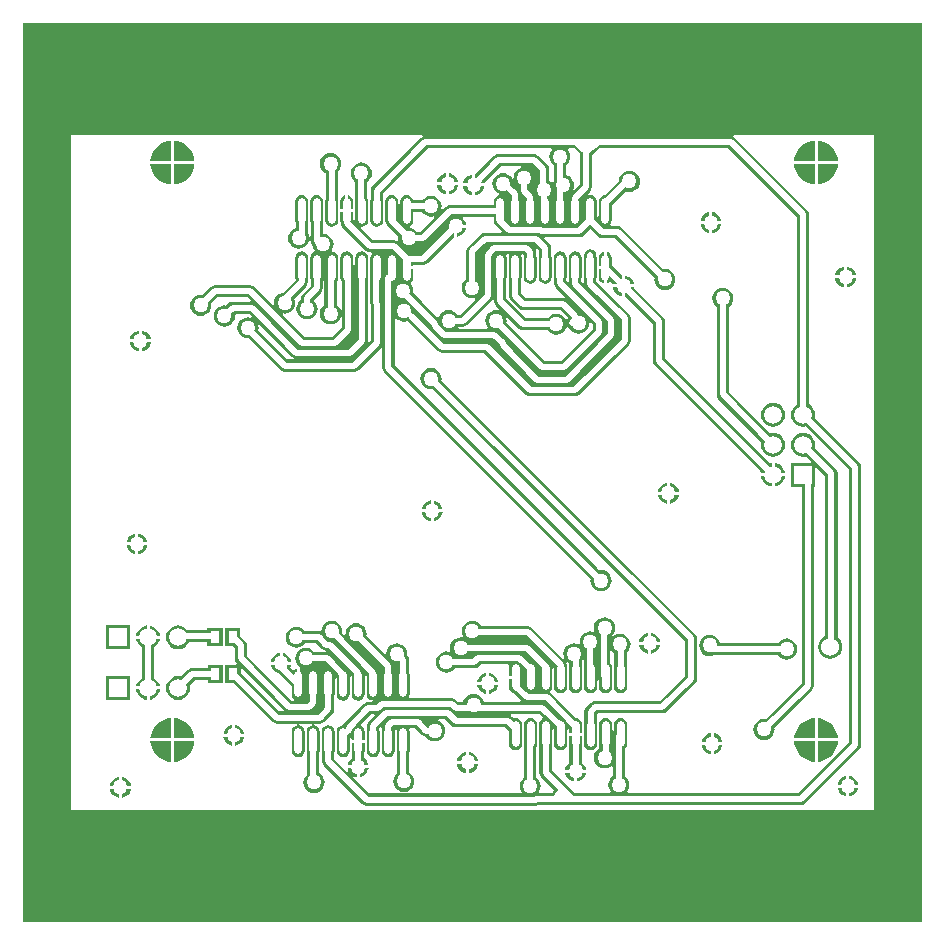
<source format=gbr>
%FSDAX33Y33*%
%MOMM*%
%SFA1B1*%

%IPPOS*%
%AMD1002*
%
%ADD22C,0.508000*%
%ADD23C,0.254000*%
%ADD24C,1.524000*%
%ADD25C,1.500000*%
%ADD26R,1.500000X1.500000*%
%ADD27C,1.270000*%
%ADD30O,0.599999X2.200001*%
%ADD31R,0.800001X1.050000*%
%LNfilm_bottom-1*%
%LPD*%
G36*
X076199Y076199D02*
X000000D01*
Y000000*
X076199*
Y076199*
G37*
%LNfilm_bottom-2*%
%LPC*%
G36*
X045486Y011454D02*
X044786Y010354D01*
X044886Y010454*
X046486*
X045486Y011454*
G37*
G36*
X049451Y066254D02*
X046386D01*
X047386Y065254*
X047686Y064954*
X049451Y066254*
G37*
G36*
X039753Y052687D02*
X037653Y050587D01*
X037484Y050475*
X037286Y050436*
X037286Y050436*
X036915*
X036897Y050407*
X036967Y050280*
X039323*
X039385Y050407*
X039310Y050505*
X039220Y050722*
X039190Y050954*
X039220Y051186*
X039310Y051402*
X039452Y051588*
X039638Y051730*
X039854Y051820*
X040086Y051850*
X040307Y051821*
X040317Y051831*
X040341Y051966*
X040080Y052227*
X039968Y052395*
X039928Y052594*
Y052722*
X039801Y052760*
X039753Y052687*
G37*
G36*
X046181Y065409D02*
X046263Y065302D01*
X046352Y065086*
X046383Y064854*
X046352Y064622*
X046263Y064405*
X046120Y064220*
X046004Y064131*
Y063322*
X046018Y063320*
X046235Y063230*
X046420Y063088*
X046563Y062902*
X046652Y062686*
X046683Y062454*
X046652Y062222*
X046589Y062068*
X046697Y061997*
X047168Y062468*
Y065105*
X046738Y065536*
X046244*
X046181Y065409*
G37*
G36*
X033096Y059454D02*
X033053Y059238D01*
X032931Y059054*
X032796Y058964*
X032826Y058832*
X032918Y058820*
X033135Y058730*
X033320Y058588*
X033409Y058472*
X033672*
X034841Y059641*
X034817Y059776*
X034807Y059786*
X034586Y059757*
X034354Y059788*
X034138Y059877*
X033952Y060020*
X033863Y060136*
X033096*
Y059454*
G37*
G36*
X037293Y059609D02*
X037320Y059588D01*
X037463Y059402*
X037552Y059186*
X037566Y059081*
X036686*
Y058954*
X036559*
Y058074*
X036541Y058076*
X034298Y055832*
X034130Y055720*
X033931Y055681*
X033096*
Y055581*
X032531*
Y055327*
X033096*
Y054654*
X033053Y054438*
X032931Y054254*
X032855Y054203*
X032851Y054048*
X032963Y053902*
X033052Y053686*
X033083Y053454*
X033064Y053309*
X033076Y053296*
X033126Y053263*
X033796Y052593*
X033829Y052544*
X035113Y051259*
X035263Y051289*
X035310Y051402*
X035452Y051588*
X035638Y051730*
X035854Y051820*
X036086Y051850*
X036318Y051820*
X036535Y051730*
X036720Y051588*
X036809Y051472*
X037072*
X038341Y052741*
X038317Y052876*
X038307Y052886*
X038086Y052857*
X037854Y052888*
X037638Y052977*
X037452Y053120*
X037310Y053305*
X037220Y053522*
X037190Y053754*
X037220Y053986*
X037310Y054202*
X037452Y054388*
X037568Y054477*
Y056854*
X037608Y057052*
X037720Y057220*
X038750Y058250*
X038918Y058362*
X039116Y058402*
X040540*
X040588Y058519*
X040080Y059027*
Y059027*
X040074Y059036*
X040047Y059054*
X039924Y059238*
X039881Y059454*
Y059736*
X037336*
X037293Y059609*
G37*
G36*
X018490Y021451D02*
Y021132D01*
X021751Y017872*
X022056*
X022109Y017999*
X018608Y021500*
X018490Y021451*
G37*
G36*
X019964Y050584D02*
X019954Y050574D01*
X019983Y050354*
X019952Y050122*
X019952Y050121*
X022401Y047672*
X022914*
X022953Y047799*
X022820Y047887*
X020099Y050608*
X019964Y050584*
G37*
G36*
X040964Y051184D02*
X040954Y051174D01*
X040983Y050954*
X040964Y050809*
X044201Y047572*
X045672*
X048318Y050218*
Y050589*
X048097Y050811*
X048018Y050772*
X047982Y050746*
X047952Y050522*
X047863Y050305*
X047720Y050120*
X047535Y049977*
X047318Y049888*
X047086Y049857*
X046854Y049888*
X046638Y049977*
X046452Y050120*
X046334Y050273*
X046325Y050275*
X046170Y050379*
X046126Y050380*
X046025Y050356*
X045963Y050205*
X045820Y050020*
X045635Y049877*
X045418Y049787*
X045186Y049757*
X044954Y049787*
X044738Y049877*
X044552Y050020*
X044463Y050136*
X042386*
X042188Y050175*
X042020Y050287*
X041099Y051208*
X040964Y051184*
G37*
G36*
X040954Y056492D02*
X040968Y056470D01*
X041011Y056254*
Y054654*
X040968Y054438*
X040964Y054432*
Y052808*
X042601Y051172*
X044463*
X044552Y051288*
X044738Y051430*
X044954Y051520*
X045186Y051550*
X045418Y051520*
X045635Y051430*
X045820Y051288*
X045963Y051102*
X045974Y051075*
X046117Y051061*
X046157Y051120*
X046222Y051185*
X045572Y051836*
X042386*
X042188Y051875*
X042020Y051987*
X041350Y052657*
X041238Y052825*
X041198Y053024*
Y054432*
X041194Y054438*
X041151Y054654*
Y056254*
X041194Y056470*
X041209Y056492*
X041149Y056604*
X041013*
X040954Y056492*
G37*
G36*
X004086Y009554D02*
X072086D01*
Y066654*
X060264*
X060192Y066536*
X060193Y066527*
X060353Y066420*
X066453Y060320*
X066565Y060152*
X066604Y059954*
Y043862*
X066802Y043710*
X066963Y043500*
X067064Y043256*
X067099Y042994*
X067066Y042746*
X070853Y038960*
X070965Y038792*
X071004Y038594*
Y015054*
X070965Y014855*
X070853Y014687*
X066253Y010087*
X066085Y009975*
X065886Y009936*
X046486*
Y009936*
X043663*
X043658Y009932*
X043460Y009893*
X029129*
X028931Y009932*
X028763Y010044*
X025515Y013292*
X025403Y013460*
X025363Y013659*
Y014332*
X025359Y014338*
X025316Y014554*
Y016154*
X025359Y016370*
X025482Y016553*
X025665Y016676*
X025881Y016719*
X026097Y016676*
X026281Y016553*
X026403Y016370*
X026446Y016154*
Y014554*
X026403Y014338*
X026399Y014332*
Y013873*
X027490Y012783*
X027597Y012855*
X027555Y012957*
X027541Y013062*
X028294*
Y012309*
X028189Y012323*
X028087Y012365*
X028015Y012257*
X029344Y010929*
X042202*
X042258Y011043*
X042210Y011105*
X042120Y011322*
X042090Y011554*
X042120Y011786*
X042210Y012002*
X042352Y012188*
X042468Y012277*
Y015044*
X042446Y015154*
Y016754*
X042489Y016970*
X042612Y017153*
X042795Y017276*
X043011Y017319*
X043227Y017276*
X043411Y017153*
X043533Y016970*
X043576Y016754*
Y015154*
X043533Y014938*
X043504Y014894*
Y012277*
X043620Y012188*
X043763Y012002*
X043852Y011786*
X043883Y011554*
X043852Y011322*
X043763Y011105*
X043748Y011086*
X043804Y010972*
X044873*
X045014Y011194*
X043915Y012292*
X043803Y012460*
X043763Y012659*
Y014932*
X043759Y014938*
X043716Y015154*
Y016754*
X043759Y016970*
X043882Y017153*
X044020Y017245*
X044052Y017393*
X043809Y017636*
X041358*
X041320Y017509*
X041453Y017420*
X041585Y017287*
X041741Y017319*
X041957Y017276*
X042141Y017153*
X042263Y016970*
X042306Y016754*
Y015154*
X042263Y014938*
X042141Y014754*
X041957Y014632*
X041741Y014589*
X041525Y014632*
X041342Y014754*
X041219Y014938*
X041176Y015154*
Y016231*
X040872Y016536*
X036686*
X036488Y016575*
X036320Y016687*
X035802Y017206*
X035243*
X035218Y017079*
X035335Y017030*
X035520Y016888*
X035663Y016702*
X035752Y016486*
X035783Y016254*
X035752Y016022*
X035663Y015805*
X035520Y015620*
X035335Y015477*
X035118Y015388*
X034886Y015357*
X034654Y015388*
X034438Y015477*
X034252Y015620*
X034159Y015741*
X033988Y015775*
X033820Y015887*
X033264Y016444*
X032845*
X032764Y016317*
X032796Y016154*
Y014554*
X032753Y014338*
X032749Y014332*
Y012719*
X032920Y012588*
X033063Y012402*
X033152Y012186*
X033183Y011954*
X033152Y011722*
X033063Y011505*
X032920Y011320*
X032735Y011177*
X032518Y011088*
X032286Y011057*
X032054Y011088*
X031838Y011177*
X031652Y011320*
X031510Y011505*
X031420Y011722*
X031390Y011954*
X031420Y012186*
X031510Y012402*
X031652Y012588*
X031713Y012635*
Y014332*
X031709Y014338*
X031666Y014554*
Y016154*
X031684Y016242*
X031598Y016350*
X031509Y016239*
X031526Y016154*
Y014554*
X031483Y014338*
X031361Y014154*
X031177Y014032*
X030961Y013989*
X030745Y014032*
X030562Y014154*
X030439Y014338*
X030396Y014554*
Y016154*
X030439Y016370*
X030443Y016376*
Y016499*
X030316Y016551*
X030209Y016444*
Y016376*
X030213Y016370*
X030256Y016154*
Y014554*
X030213Y014338*
X030091Y014154*
X029907Y014032*
X029691Y013989*
X029475Y014032*
X029292Y014154*
X029169Y014338*
X029126Y014554*
Y016154*
X029169Y016370*
X029173Y016376*
Y016659*
X029213Y016857*
X029325Y017025*
X029819Y017518*
X029770Y017636*
X029493*
X028650Y016793*
X028682Y016645*
X028821Y016553*
X028943Y016370*
X028986Y016154*
Y015481*
X028421*
X027856*
Y015515*
X027729Y015583*
X027716Y015574*
Y014554*
X027673Y014338*
X027551Y014154*
X027367Y014032*
X027151Y013989*
X026935Y014032*
X026752Y014154*
X026629Y014338*
X026586Y014554*
Y016154*
X026629Y016370*
X026752Y016553*
X026935Y016676*
X027151Y016719*
X027156Y016718*
X027247Y016855*
X028912Y018520*
X029080Y018632*
X029279Y018672*
X029629*
X029642Y018799*
X029475Y018832*
X029292Y018954*
X029169Y019138*
X029126Y019354*
Y020885*
X029113Y020897*
X029022Y020863*
X028986Y020824*
Y019354*
X028943Y019138*
X028821Y018954*
X028637Y018832*
X028421Y018789*
X028205Y018832*
X028022Y018954*
X027899Y019138*
X027856Y019354*
Y020840*
X027843Y020848*
X027716Y020777*
Y019354*
X027673Y019138*
X027551Y018954*
X027367Y018832*
X027151Y018789*
X026935Y018832*
X026752Y018954*
X026629Y019138*
X026586Y019354*
Y020702*
X026573Y020711*
X026446Y020643*
Y019354*
X026403Y019138*
X026399Y019132*
Y018049*
X026360Y017850*
X026248Y017682*
X025553Y016987*
X025384Y016875*
X025186Y016836*
X024673*
X024661Y016709*
X024683Y016704*
X024827Y016676*
X025011Y016553*
X025133Y016370*
X025176Y016154*
Y014554*
X025133Y014338*
X025129Y014332*
Y012632*
X025135Y012630*
X025320Y012488*
X025463Y012302*
X025552Y012086*
X025583Y011854*
X025552Y011622*
X025463Y011405*
X025320Y011220*
X025135Y011077*
X024918Y010988*
X024686Y010957*
X024454Y010988*
X024238Y011077*
X024052Y011220*
X023910Y011405*
X023820Y011622*
X023790Y011854*
X023820Y012086*
X023910Y012302*
X024052Y012488*
X024093Y012519*
Y014332*
X024089Y014338*
X024046Y014554*
Y016154*
X024089Y016370*
X024212Y016553*
X024395Y016676*
X024539Y016704*
X024562Y016709*
X024549Y016836*
X023403*
X023391Y016709*
X023413Y016704*
X023557Y016676*
X023741Y016553*
X023863Y016370*
X023906Y016154*
Y014554*
X023863Y014338*
X023741Y014154*
X023557Y014032*
X023341Y013989*
X023125Y014032*
X022942Y014154*
X022819Y014338*
X022776Y014554*
Y016154*
X022819Y016370*
X022942Y016553*
X023125Y016676*
X023269Y016704*
X023292Y016709*
X023279Y016836*
X021536*
X021338Y016875*
X021170Y016987*
X017883Y020275*
X017182*
Y021833*
X018109*
X018157Y021950*
X018120Y021987*
X018008Y022155*
X017968Y022354*
Y023239*
X017833Y023375*
X017132*
Y024933*
X018440*
Y024232*
X018853Y023820*
X018965Y023652*
X019004Y023454*
Y022568*
X022801Y018772*
X022987*
X023025Y018899*
X022942Y018954*
X022819Y019138*
X022776Y019354*
Y019986*
X021678Y021084*
X021654Y021088*
X021438Y021177*
X021252Y021320*
X021110Y021505*
X021020Y021722*
X021006Y021827*
X022766*
X022752Y021722*
X022680Y021547*
X022880Y021347*
X022942Y021353*
X023125Y021476*
X023214Y021493*
Y020154*
X023468*
Y021590*
X023482Y021620*
X023352Y021720*
X023210Y021905*
X023120Y022122*
X023090Y022354*
X023120Y022586*
X023210Y022802*
X023352Y022988*
X023538Y023130*
X023754Y023220*
X023986Y023250*
X024218Y023220*
X024435Y023130*
X024620Y022988*
X024709Y022872*
X025671*
X025683Y022999*
X025515Y023032*
X025347Y023144*
X024855Y023636*
X023909*
X023820Y023520*
X023635Y023377*
X023418Y023288*
X023186Y023257*
X022954Y023288*
X022738Y023377*
X022552Y023520*
X022410Y023705*
X022320Y023922*
X022290Y024154*
X022320Y024386*
X022410Y024602*
X022552Y024788*
X022738Y024930*
X022954Y025020*
X023186Y025050*
X023418Y025020*
X023635Y024930*
X023820Y024788*
X023909Y024672*
X025070*
X025168Y024652*
X025169*
X025302Y024750*
X025320Y024886*
X025410Y025102*
X025552Y025288*
X025738Y025430*
X025954Y025520*
X026186Y025550*
X026418Y025520*
X026635Y025430*
X026820Y025288*
X026963Y025102*
X027052Y024886*
X027083Y024654*
X027064Y024509*
X027235Y024337*
X027356Y024396*
X027348Y024454*
X027379Y024686*
X027468Y024902*
X027611Y025088*
X027796Y025230*
X028013Y025320*
X028245Y025350*
X028477Y025320*
X028693Y025230*
X028879Y025088*
X029021Y024902*
X029111Y024686*
X029141Y024454*
X029122Y024309*
X030665Y022766*
X030797Y022813*
X030820Y022986*
X030910Y023202*
X031052Y023388*
X031238Y023530*
X031454Y023620*
X031686Y023650*
X031918Y023620*
X032135Y023530*
X032320Y023388*
X032463Y023202*
X032552Y022986*
X032583Y022754*
X032564Y022609*
X032598Y022575*
X032710Y022407*
X032749Y022209*
Y021176*
X032753Y021170*
X032796Y020954*
Y019354*
X032753Y019138*
X032739Y019116*
X032798Y019004*
X036332*
X036530Y018964*
X036698Y018852*
X036698*
X036878Y018672*
X037318*
X037320Y018686*
X037410Y018902*
X037552Y019088*
X037738Y019230*
X037954Y019320*
X038186Y019350*
X038418Y019320*
X038635Y019230*
X038820Y019088*
X038963Y018902*
X039052Y018686*
X039054Y018672*
X042156*
X042209Y018799*
X041588Y019419*
X041525Y019432*
X041342Y019554*
X041219Y019738*
X041176Y019954*
Y020013*
X041168Y020054*
X041176Y020094*
Y020627*
X041741*
Y020881*
X041176*
Y021554*
X041209Y021717*
X041128Y021844*
X038809*
X038634Y021668*
X038466Y021556*
X038267Y021517*
X036595*
X036520Y021420*
X036335Y021277*
X036118Y021188*
X035886Y021157*
X035654Y021188*
X035438Y021277*
X035252Y021420*
X035110Y021605*
X035020Y021822*
X034990Y022054*
X035020Y022286*
X035110Y022502*
X035252Y022688*
X035438Y022830*
X035654Y022920*
X035886Y022950*
X036118Y022920*
X036139Y022911*
X036229Y023001*
X036220Y023022*
X036190Y023254*
X036220Y023486*
X036310Y023702*
X036452Y023888*
X036638Y024030*
X036854Y024120*
X037086Y024150*
X037207Y024134*
X037224Y024146*
X037291Y024252*
X037220Y024422*
X037190Y024654*
X037220Y024886*
X037310Y025102*
X037452Y025288*
X037638Y025430*
X037854Y025520*
X038086Y025550*
X038318Y025520*
X038535Y025430*
X038720Y025288*
X038863Y025102*
X038875Y025072*
X042786*
X042985Y025032*
X043153Y024920*
X045776Y022297*
X045884Y022368*
X045820Y022522*
X045790Y022754*
X045820Y022986*
X045910Y023202*
X046052Y023388*
X046238Y023530*
X046454Y023620*
X046686Y023650*
X046918Y023620*
X047088Y023549*
X047194Y023616*
X047206Y023633*
X047190Y023754*
X047220Y023986*
X047310Y024202*
X047452Y024388*
X047638Y024530*
X047854Y024620*
X048086Y024650*
X048318Y024620*
X048339Y024611*
X048429Y024701*
X048420Y024722*
X048390Y024954*
X048420Y025186*
X048510Y025402*
X048652Y025588*
X048838Y025730*
X049054Y025820*
X049286Y025850*
X049518Y025820*
X049735Y025730*
X049920Y025588*
X050063Y025402*
X050152Y025186*
X050183Y024954*
X050152Y024722*
X050063Y024505*
X049920Y024320*
X050001Y024225*
X050138Y024330*
X050354Y024420*
X050586Y024450*
X050818Y024420*
X051035Y024330*
X051220Y024188*
X051363Y024002*
X051452Y023786*
X051483Y023554*
X051452Y023322*
X051363Y023105*
X051220Y022920*
X051149Y022865*
Y021776*
X051153Y021770*
X051196Y021554*
Y019954*
X051153Y019738*
X051031Y019554*
X050847Y019432*
X050631Y019389*
X050415Y019432*
X050232Y019554*
X050109Y019738*
X050066Y019954*
Y021554*
X050109Y021770*
X050113Y021776*
Y022796*
X049952Y022920*
X049874Y023021*
X049747Y022978*
Y021962*
X049761Y021953*
X049883Y021770*
X049926Y021554*
Y019954*
X049883Y019738*
X049761Y019554*
X049577Y019432*
X049361Y019389*
X049145Y019432*
X048962Y019554*
X048839Y019738*
X048796Y019954*
Y020510*
X048783Y020520*
X048656Y020456*
Y019954*
X048613Y019738*
X048491Y019554*
X048307Y019432*
X048091Y019389*
X047875Y019432*
X047692Y019554*
X047569Y019738*
X047526Y019954*
Y021554*
X047568Y021764*
Y022245*
X047566Y022246*
X047441Y022277*
X047339Y022144*
Y021776*
X047343Y021770*
X047386Y021554*
Y019954*
X047343Y019738*
X047221Y019554*
X047037Y019432*
X046821Y019389*
X046605Y019432*
X046422Y019554*
X046299Y019738*
X046256Y019954*
Y021554*
X046299Y021770*
X046303Y021776*
Y021950*
X046238Y021977*
X046136Y022056*
X046057Y022004*
X046032Y021975*
X046069Y021789*
X046067Y021779*
X046073Y021770*
X046116Y021554*
Y019954*
X046073Y019738*
X045951Y019554*
X045767Y019432*
X045551Y019389*
X045335Y019432*
X045152Y019554*
X045029Y019738*
X044986Y019954*
Y021523*
X044973Y021535*
X044849Y021478*
X044846Y021475*
Y021144*
X044854Y021104*
X044846Y021063*
Y019954*
X044803Y019738*
X044681Y019554*
Y019473*
X044760Y019420*
X046872Y017309*
X047037Y017276*
X047221Y017153*
X047343Y016970*
X047386Y016754*
Y016081*
X046821*
X046256*
Y016354*
X046243Y016363*
X046116Y016295*
Y015154*
X046073Y014938*
X045951Y014754*
X045767Y014632*
X045551Y014589*
X045335Y014632*
X045152Y014754*
X045029Y014938*
X044986Y015154*
Y016354*
X044973Y016363*
X044846Y016295*
Y015154*
X044803Y014938*
X044799Y014932*
Y012873*
X046701Y010972*
X049729*
X049792Y011099*
X049710Y011205*
X049620Y011422*
X049590Y011654*
X049620Y011886*
X049710Y012102*
X049852Y012288*
X049968Y012377*
Y013196*
X049841Y013259*
X049735Y013177*
X049518Y013088*
X049286Y013057*
X049054Y013088*
X048838Y013177*
X048652Y013320*
X048510Y013505*
X048420Y013722*
X048390Y013954*
X048420Y014186*
X048510Y014402*
X048652Y014588*
X048838Y014730*
X048843Y014732*
Y014932*
X048839Y014938*
X048796Y015154*
Y016754*
X048839Y016970*
X048962Y017153*
X049145Y017276*
X049361Y017319*
X049577Y017276*
X049761Y017153*
X049883Y016970*
X049926Y016754*
Y016258*
X050053Y016194*
X050066Y016204*
Y016754*
X050109Y016970*
X050232Y017153*
X050415Y017276*
X050631Y017319*
X050847Y017276*
X051031Y017153*
X051153Y016970*
X051196Y016754*
Y015154*
X051153Y014938*
X051031Y014754*
X051004Y014737*
Y012377*
X051120Y012288*
X051263Y012102*
X051352Y011886*
X051383Y011654*
X051352Y011422*
X051263Y011205*
X051181Y011099*
X051244Y010972*
X065672*
X069968Y015268*
Y038379*
X066334Y042014*
X066086Y041981*
X065824Y042016*
X065580Y042117*
X065370Y042278*
X065209Y042487*
X065108Y042732*
X065074Y042994*
X065108Y043256*
X065209Y043500*
X065370Y043710*
X065568Y043862*
Y059739*
X059772Y065536*
X048913*
X048204Y065014*
Y062254*
X048165Y062055*
X048053Y061887*
X047875Y061710*
X047938Y061593*
X048066Y061619*
X048282Y061576*
X048466Y061453*
X048588Y061270*
X048631Y061054*
Y059746*
X048644Y059737*
X048771Y059805*
Y061054*
X048814Y061270*
X048937Y061453*
X049120Y061576*
X049314Y061614*
X050495Y062795*
X050520Y062986*
X050610Y063202*
X050752Y063388*
X050938Y063530*
X051154Y063620*
X051386Y063650*
X051618Y063620*
X051835Y063530*
X052020Y063388*
X052163Y063202*
X052252Y062986*
X052283Y062754*
X052252Y062522*
X052163Y062305*
X052020Y062120*
X051835Y061977*
X051618Y061888*
X051386Y061857*
X051154Y061888*
X051082Y061917*
X049901Y060736*
Y059454*
X049858Y059238*
X049765Y059099*
X049823Y058972*
X050386*
X050584Y058932*
X050753Y058820*
X054241Y055331*
X054386Y055350*
X054618Y055320*
X054835Y055230*
X055020Y055088*
X055163Y054902*
X055252Y054686*
X055283Y054454*
X055252Y054222*
X055163Y054005*
X055020Y053820*
X054835Y053677*
X054618Y053588*
X054386Y053557*
X054154Y053588*
X053938Y053677*
X053752Y053820*
X053610Y054005*
X053520Y054222*
X053490Y054454*
X053509Y054599*
X050172Y057936*
X049086*
X048888Y057975*
X048720Y058087*
X048066Y058741*
X047513Y058187*
X047344Y058075*
X047146Y058036*
X044203*
X044154Y057918*
X044623Y057450*
X044735Y057282*
X044774Y057084*
Y056476*
X044778Y056470*
X044821Y056254*
Y054654*
X044778Y054438*
X044656Y054254*
X044472Y054132*
X044256Y054089*
X044040Y054132*
X043857Y054254*
X043734Y054438*
X043691Y054654*
Y056254*
X043734Y056470*
X043738Y056476*
Y056869*
X043541Y057066*
X043442Y056986*
X043465Y056952*
X043504Y056754*
Y056476*
X043508Y056470*
X043551Y056254*
Y054654*
X043508Y054438*
X043386Y054254*
X043202Y054132*
X042986Y054089*
X042770Y054132*
X042587Y054254*
X042464Y054438*
X042421Y054654*
Y056254*
X042464Y056470*
X042468Y056476*
Y056539*
X042404Y056604*
X042283*
X042224Y056492*
X042238Y056470*
X042281Y056254*
Y054654*
X042238Y054438*
X042234Y054432*
Y053238*
X042601Y052872*
X045786*
X045874Y052854*
X045936Y052971*
X045160Y053747*
X045048Y053915*
X045008Y054114*
Y054432*
X045004Y054438*
X044961Y054654*
Y056254*
X045004Y056470*
X045127Y056653*
X045310Y056776*
X045526Y056819*
X045742Y056776*
X045926Y056653*
X046048Y056470*
X046091Y056254*
Y054654*
X046048Y054438*
X046044Y054432*
Y054328*
X046161Y054211*
X046278Y054260*
Y054432*
X046274Y054438*
X046231Y054654*
Y056254*
X046274Y056470*
X046397Y056653*
X046580Y056776*
X046796Y056819*
X047012Y056776*
X047196Y056653*
X047318Y056470*
X047361Y056254*
Y054654*
X047318Y054438*
X047314Y054432*
Y054236*
X047421Y054129*
X047548Y054181*
Y054432*
X047544Y054438*
X047501Y054654*
Y056254*
X047544Y056470*
X047549Y056477*
X047588Y056672*
X047700Y056840*
X047868Y056952*
X048066Y056992*
X048265Y056952*
X048433Y056840*
X048545Y056672*
X048584Y056477*
X048588Y056470*
X048631Y056254*
Y054654*
X048588Y054438*
X048584Y054432*
Y054288*
X051353Y051520*
X051465Y051352*
X051504Y051154*
Y049254*
X051465Y049055*
X051353Y048887*
X047153Y044687*
X046984Y044575*
X046786Y044536*
X042986*
X042788Y044575*
X042620Y044687*
X039072Y048236*
X035505*
X035307Y048275*
X035139Y048387*
X032603Y050923*
X032518Y050888*
X032286Y050857*
X032054Y050888*
X031838Y050977*
X031652Y051120*
X031631Y051147*
X031504Y051104*
Y047168*
X048841Y029831*
X048986Y029850*
X049218Y029820*
X049435Y029730*
X049620Y029588*
X049763Y029402*
X049852Y029186*
X049883Y028954*
X049852Y028722*
X049763Y028505*
X049620Y028320*
X049435Y028177*
X049218Y028088*
X048986Y028057*
X048754Y028088*
X048538Y028177*
X048352Y028320*
X048210Y028505*
X048120Y028722*
X048090Y028954*
X048109Y029099*
X030620Y046587*
X030508Y046755*
X030468Y046954*
X030468Y046954*
Y048653*
X030341Y048676*
X028453Y046787*
X028285Y046675*
X028086Y046636*
X022186*
X021988Y046675*
X021820Y046787*
X019143Y049464*
X019086Y049457*
X018854Y049488*
X018638Y049577*
X018452Y049720*
X018310Y049905*
X018220Y050122*
X018190Y050354*
X018220Y050586*
X018310Y050802*
X018452Y050988*
X018638Y051130*
X018854Y051220*
X019086Y051250*
X019318Y051220*
X019364Y051201*
X019436Y051309*
X019209Y051536*
X018078*
X017974Y051420*
X017983Y051354*
X017952Y051122*
X017863Y050905*
X017720Y050720*
X017535Y050577*
X017318Y050488*
X017086Y050457*
X016854Y050488*
X016638Y050577*
X016452Y050720*
X016310Y050905*
X016220Y051122*
X016190Y051354*
X016220Y051586*
X016310Y051802*
X016452Y051988*
X016638Y052130*
X016854Y052220*
X017086Y052250*
X017231Y052231*
X017420Y052420*
X017588Y052532*
X017786Y052572*
X019256*
X019309Y052699*
X019072Y052936*
X016501*
X015964Y052399*
X015983Y052254*
X015952Y052022*
X015863Y051805*
X015720Y051620*
X015535Y051477*
X015318Y051388*
X015086Y051357*
X014854Y051388*
X014638Y051477*
X014452Y051620*
X014310Y051805*
X014220Y052022*
X014190Y052254*
X014220Y052486*
X014310Y052702*
X014452Y052888*
X014638Y053030*
X014854Y053120*
X015086Y053150*
X015231Y053131*
X015920Y053820*
X016088Y053932*
X016286Y053972*
X019286*
Y053972*
X019485Y053932*
X019653Y053820*
X021183Y052289*
X021303Y052349*
X021290Y052454*
X021320Y052686*
X021410Y052902*
X021552Y053088*
X021738Y053230*
X021954Y053320*
X022030Y053330*
X023123Y054423*
Y054432*
X023119Y054438*
X023076Y054654*
Y056254*
X023119Y056470*
X023242Y056653*
X023425Y056776*
X023641Y056819*
X023857Y056776*
X024041Y056653*
X024163Y056470*
X024206Y056254*
Y054654*
X024163Y054438*
X024159Y054432*
Y054209*
X024120Y054010*
X024008Y053842*
X022993Y052828*
X023052Y052686*
X023083Y052454*
X023052Y052222*
X022963Y052005*
X022820Y051820*
X022635Y051677*
X022418Y051588*
X022186Y051557*
X022081Y051571*
X022022Y051451*
X023901Y049572*
X026251*
X027058Y050379*
Y051244*
X026931Y051270*
X026863Y051105*
X026720Y050920*
X026535Y050777*
X026318Y050688*
X026086Y050657*
X025854Y050688*
X025638Y050777*
X025452Y050920*
X025310Y051105*
X025220Y051322*
X025190Y051554*
X025220Y051786*
X025310Y052002*
X025452Y052188*
X025568Y052277*
Y054314*
X025441Y054365*
X025429Y054352*
Y053679*
X025390Y053480*
X025278Y053312*
X024694Y052729*
X024702Y052602*
X024720Y052588*
X024863Y052402*
X024952Y052186*
X024983Y051954*
X024952Y051722*
X024863Y051505*
X024720Y051320*
X024535Y051177*
X024318Y051088*
X024086Y051057*
X023854Y051088*
X023638Y051177*
X023452Y051320*
X023310Y051505*
X023220Y051722*
X023190Y051954*
X023220Y052186*
X023310Y052402*
X023452Y052588*
X023568Y052677*
Y052854*
X023608Y053052*
X023720Y053220*
X024393Y053893*
Y054432*
X024389Y054438*
X024346Y054654*
Y056254*
X024389Y056470*
X024512Y056653*
X024671Y056759*
X024725Y056897*
X024662Y056978*
X024573Y057195*
X024552Y057356*
X024545Y057362*
X024433Y057530*
X024393Y057729*
X024383Y057741*
X024297Y057728*
X024247Y057708*
X024163Y057505*
X024020Y057320*
X023835Y057177*
X023618Y057088*
X023386Y057057*
X023154Y057088*
X022938Y057177*
X022752Y057320*
X022610Y057505*
X022520Y057722*
X022490Y057954*
X022520Y058186*
X022610Y058402*
X022752Y058588*
X022938Y058730*
X023123Y058807*
Y059232*
X023119Y059238*
X023076Y059454*
Y061054*
X023119Y061270*
X023242Y061453*
X023425Y061576*
X023641Y061619*
X023857Y061576*
X024041Y061453*
X024163Y061270*
X024206Y061054*
Y059454*
X024163Y059238*
X024159Y059232*
Y058407*
X024163Y058402*
X024252Y058186*
X024266Y058080*
X024393Y058088*
Y059232*
X024389Y059238*
X024346Y059454*
Y061054*
X024389Y061270*
X024512Y061453*
X024695Y061576*
X024911Y061619*
X025127Y061576*
X025311Y061453*
X025433Y061270*
X025476Y061054*
Y059454*
X025433Y059238*
X025429Y059232*
Y058332*
X025439Y058323*
X025671Y058293*
X025887Y058203*
X026073Y058061*
X026215Y057875*
X026305Y057659*
X026336Y057427*
X026305Y057195*
X026215Y056978*
X026185Y056939*
X026243Y056806*
X026397Y056776*
X026581Y056653*
X026703Y056470*
X026746Y056254*
Y054654*
X026703Y054438*
X026604Y054290*
Y052277*
X026720Y052188*
X026863Y052002*
X026931Y051838*
X027058Y051863*
Y054250*
X027052Y054254*
X026929Y054438*
X026886Y054654*
Y056254*
X026929Y056470*
X027052Y056653*
X027235Y056776*
X027451Y056819*
X027667Y056776*
X027851Y056653*
X027973Y056470*
X028016Y056254*
Y055693*
X028029Y055684*
X028156Y055747*
Y056254*
X028199Y056470*
X028322Y056653*
X028505Y056776*
X028721Y056819*
X028937Y056776*
X029121Y056653*
X029243Y056470*
X029286Y056254*
Y054654*
X029243Y054438*
X029239Y054432*
Y049219*
X029239Y049219*
X029356Y049156*
X029473Y049273*
Y052277*
X029444Y052422*
Y054564*
X029426Y054654*
Y056254*
X029469Y056470*
X029562Y056609*
X029504Y056736*
X029451*
X029253Y056775*
X029085Y056887*
X027085Y058887*
X026973Y059055*
X026940Y059222*
X026929Y059238*
X026886Y059454*
Y060127*
X028016*
Y059522*
X028029Y059513*
X028156Y059579*
Y061054*
X028168Y061114*
Y062731*
X028052Y062820*
X027910Y063005*
X027820Y063222*
X027790Y063454*
X027820Y063686*
X027910Y063902*
X028052Y064088*
X028238Y064230*
X028454Y064320*
X028686Y064350*
X028918Y064320*
X029135Y064230*
X029320Y064088*
X029463Y063902*
X029552Y063686*
X029583Y063454*
X029552Y063222*
X029463Y063005*
X029320Y062820*
X029204Y062731*
Y061328*
X029243Y061270*
X029286Y061054*
Y059454*
X029243Y059238*
X029121Y059054*
X028937Y058932*
X028727Y058890*
X028696Y058843*
X028660Y058777*
X029666Y057772*
X031486*
X031685Y057732*
X031691Y057728*
X031810Y057801*
X031790Y057954*
X031809Y058099*
X030895Y059012*
X030871Y059048*
X030862Y059054*
X030739Y059238*
X030696Y059454*
Y061054*
X030739Y061270*
X030862Y061453*
X031045Y061576*
X031261Y061619*
X031477Y061576*
X031661Y061453*
X031783Y061270*
X031826Y061054*
Y060867*
X031953Y060811*
X031966Y060823*
Y061054*
X032009Y061270*
X032132Y061453*
X032315Y061576*
X032531Y061619*
X032747Y061576*
X032931Y061453*
X033053Y061270*
X033073Y061172*
X033863*
X033952Y061288*
X034138Y061430*
X034354Y061520*
X034586Y061550*
X034818Y061520*
X035035Y061430*
X035220Y061288*
X035363Y061102*
X035452Y060886*
X035483Y060654*
X035454Y060433*
X035464Y060423*
X035599Y060399*
X035820Y060620*
X035988Y060732*
X036186Y060772*
X039881*
Y061054*
X039924Y061270*
X040047Y061453*
X040230Y061576*
X040340Y061597*
X040353Y061729*
X040238Y061777*
X040052Y061920*
X039910Y062105*
X039820Y062322*
X039790Y062554*
X039820Y062786*
X039910Y063002*
X040052Y063188*
X040238Y063330*
X040454Y063420*
X040686Y063450*
X040918Y063420*
X041135Y063330*
X041320Y063188*
X041463Y063002*
X041471Y062983*
X041595Y063016*
X041590Y063054*
X041620Y063286*
X041710Y063502*
X041852Y063688*
X042038Y063830*
X042227Y063909*
X042202Y064036*
X040501*
X039064Y062599*
X039066Y062581*
X038313*
Y063334*
X038331Y063331*
X039920Y064920*
X040088Y065032*
X040286Y065072*
X043286*
X043485Y065032*
X043653Y064920*
X044453Y064120*
X044565Y063952*
X044604Y063754*
Y062793*
X044611Y062790*
X044788Y062654*
X044856Y062663*
X044859Y062664*
X044923Y062692*
X044968Y062802*
Y064131*
X044852Y064220*
X044710Y064405*
X044620Y064622*
X044590Y064854*
X044620Y065086*
X044710Y065302*
X044792Y065409*
X044729Y065536*
X034301*
X030509Y061744*
Y061276*
X030513Y061270*
X030556Y061054*
Y059454*
X030513Y059238*
X030391Y059054*
X030207Y058932*
X029991Y058889*
X029775Y058932*
X029592Y059054*
X029469Y059238*
X029426Y059454*
Y061054*
X029469Y061270*
X029473Y061276*
Y061959*
X029513Y062157*
X029625Y062325*
X033720Y066420*
X033880Y066527*
X033881Y066536*
X033808Y066654*
X004086*
Y009554*
G37*
%LNfilm_bottom-3*%
%LPD*%
G36*
X036813Y058827D02*
X037566D01*
X037552Y058722*
X037463Y058505*
X037320Y058320*
X037135Y058177*
X036918Y058088*
X036813Y058074*
Y058827*
G37*
G36*
X009630Y019727D02*
X010499D01*
Y018858*
X010364Y018876*
X010120Y018977*
X009910Y019138*
X009749Y019347*
X009648Y019592*
X009630Y019727*
G37*
G36*
X010753D02*
X011622D01*
X011604Y019592*
X011503Y019347*
X011342Y019138*
X011133Y018977*
X010888Y018876*
X010753Y018858*
Y019727*
G37*
G36*
X007082Y020858D02*
X009090D01*
Y018850*
X007082*
Y020858*
G37*
G36*
X009630Y024027D02*
X010626D01*
X011622*
X011604Y023892*
X011503Y023647*
X011342Y023438*
X011144Y023286*
Y020722*
X011342Y020570*
X011503Y020360*
X011604Y020116*
X011622Y019981*
X010626*
X009630*
X009648Y020116*
X009749Y020360*
X009910Y020570*
X010108Y020722*
Y023286*
X009910Y023438*
X009749Y023647*
X009648Y023892*
X009630Y024027*
G37*
G36*
X038506Y020127D02*
X039259D01*
Y019374*
X039154Y019388*
X038938Y019477*
X038752Y019620*
X038610Y019805*
X038520Y020022*
X038506Y020127*
G37*
G36*
X039513D02*
X040266D01*
X040252Y020022*
X040163Y019805*
X040020Y019620*
X039835Y019477*
X039618Y019388*
X039513Y019374*
Y020127*
G37*
G36*
X015682Y021833D02*
X016990D01*
Y020275*
X015682*
Y020536*
X014581*
X014146Y020101*
X014179Y019854*
X014144Y019592*
X014043Y019347*
X013882Y019138*
X013673Y018977*
X013428Y018876*
X013166Y018841*
X012904Y018876*
X012660Y018977*
X012450Y019138*
X012289Y019347*
X012188Y019592*
X012154Y019854*
X012188Y020116*
X012289Y020360*
X012450Y020570*
X012660Y020731*
X012904Y020832*
X013166Y020866*
X013414Y020834*
X014000Y021420*
X014168Y021532*
X014366Y021572*
X015682*
Y021833*
G37*
G36*
X012813Y017304D02*
X013050Y017281D01*
X013399Y017175*
X013721Y017003*
X014004Y016771*
X014235Y016489*
X014407Y016167*
X014513Y015817*
X014537Y015581*
X012813*
Y017304*
G37*
G36*
X067059D02*
Y015581D01*
X065336*
X065359Y015817*
X065465Y016167*
X065637Y016489*
X065869Y016771*
X066151Y017003*
X066473Y017175*
X066823Y017281*
X067059Y017304*
G37*
G36*
X067313D02*
X067550Y017281D01*
X067899Y017175*
X068221Y017003*
X068504Y016771*
X068735Y016489*
X068907Y016167*
X069013Y015817*
X069037Y015581*
X067313*
Y017304*
G37*
G36*
X017759Y016734D02*
Y015981D01*
X017006*
X017020Y016086*
X017110Y016302*
X017252Y016488*
X017438Y016630*
X017654Y016720*
X017759Y016734*
G37*
G36*
X018013D02*
X018118Y016720D01*
X018335Y016630*
X018520Y016488*
X018663Y016302*
X018752Y016086*
X018766Y015981*
X018013*
Y016734*
G37*
G36*
X012559Y017304D02*
Y015581D01*
X010836*
X010859Y015817*
X010965Y016167*
X011137Y016489*
X011369Y016771*
X011651Y017003*
X011973Y017175*
X012323Y017281*
X012559Y017304*
G37*
G36*
X039513Y021134D02*
X039618Y021120D01*
X039835Y021030*
X040020Y020888*
X040163Y020702*
X040252Y020486*
X040266Y020381*
X039513*
Y021134*
G37*
G36*
X010753Y025150D02*
X010888Y025132D01*
X011133Y025031*
X011342Y024870*
X011503Y024660*
X011604Y024416*
X011622Y024281*
X010753*
Y025150*
G37*
G36*
X052959Y024534D02*
Y023781D01*
X052206*
X052220Y023886*
X052310Y024102*
X052452Y024288*
X052638Y024430*
X052854Y024520*
X052959Y024534*
G37*
G36*
X053213D02*
X053318Y024520D01*
X053535Y024430*
X053720Y024288*
X053863Y024102*
X053952Y023886*
X053966Y023781*
X053213*
Y024534*
G37*
G36*
X009813Y031927D02*
X010566D01*
X010552Y031822*
X010463Y031605*
X010320Y031420*
X010135Y031277*
X009918Y031188*
X009813Y031174*
Y031927*
G37*
G36*
X013166Y025166D02*
X013428Y025132D01*
X013673Y025031*
X013882Y024870*
X013958Y024772*
X015632*
Y024933*
X016940*
Y023375*
X015632*
Y023736*
X014080*
X014043Y023647*
X013882Y023438*
X013673Y023277*
X013428Y023176*
X013166Y023141*
X012904Y023176*
X012660Y023277*
X012450Y023438*
X012289Y023647*
X012188Y023892*
X012154Y024154*
X012188Y024416*
X012289Y024660*
X012450Y024870*
X012660Y025031*
X012904Y025132*
X013166Y025166*
G37*
G36*
X010499Y025150D02*
Y024281D01*
X009630*
X009648Y024416*
X009749Y024660*
X009910Y024870*
X010120Y025031*
X010364Y025132*
X010499Y025150*
G37*
G36*
X058186Y024350D02*
X058418Y024320D01*
X058635Y024230*
X058820Y024088*
X058963Y023902*
X059052Y023686*
X059054Y023672*
X063963*
X064052Y023788*
X064238Y023930*
X064454Y024020*
X064686Y024050*
X064918Y024020*
X065135Y023930*
X065320Y023788*
X065463Y023602*
X065552Y023386*
X065583Y023154*
X065552Y022922*
X065463Y022705*
X065320Y022520*
X065135Y022377*
X064918Y022288*
X064686Y022257*
X064454Y022288*
X064238Y022377*
X064052Y022520*
X063963Y022636*
X058586*
X058551Y022643*
X058418Y022588*
X058186Y022557*
X057954Y022588*
X057738Y022677*
X057552Y022820*
X057410Y023005*
X057320Y023222*
X057290Y023454*
X057320Y023686*
X057410Y023902*
X057552Y024088*
X057738Y024230*
X057954Y024320*
X058186Y024350*
G37*
G36*
X021759Y022834D02*
Y022081D01*
X021006*
X021020Y022186*
X021110Y022402*
X021252Y022588*
X021438Y022730*
X021654Y022820*
X021759Y022834*
G37*
G36*
X022013D02*
X022118Y022820D01*
X022335Y022730*
X022520Y022588*
X022663Y022402*
X022752Y022186*
X022766Y022081*
X022013*
Y022834*
G37*
G36*
X039259Y021134D02*
Y020381D01*
X038506*
X038520Y020486*
X038610Y020702*
X038752Y020888*
X038938Y021030*
X039154Y021120*
X039259Y021134*
G37*
G36*
X007082Y025158D02*
X009090D01*
Y023150*
X007082*
Y025158*
G37*
G36*
X052206Y023527D02*
X052959D01*
Y022774*
X052854Y022788*
X052638Y022877*
X052452Y023020*
X052310Y023205*
X052220Y023422*
X052206Y023527*
G37*
G36*
X053213D02*
X053966D01*
X053952Y023422*
X053863Y023205*
X053720Y023020*
X053535Y022877*
X053318Y022788*
X053213Y022774*
Y023527*
G37*
G36*
X045941Y012692D02*
X046694D01*
Y011939*
X046589Y011953*
X046373Y012042*
X046187Y012185*
X046045Y012370*
X045955Y012587*
X045941Y012692*
G37*
G36*
X046948D02*
X047701D01*
X047687Y012587*
X047598Y012370*
X047455Y012185*
X047270Y012042*
X047053Y011953*
X046948Y011939*
Y012692*
G37*
G36*
X069759Y012434D02*
Y011681D01*
X069006*
X069020Y011786*
X069110Y012002*
X069252Y012188*
X069438Y012330*
X069654Y012420*
X069759Y012434*
G37*
G36*
X036806Y013427D02*
X037559D01*
Y012674*
X037454Y012688*
X037238Y012777*
X037052Y012920*
X036910Y013105*
X036820Y013322*
X036806Y013427*
G37*
G36*
X037813D02*
X038566D01*
X038552Y013322*
X038463Y013105*
X038320Y012920*
X038135Y012777*
X037918Y012688*
X037813Y012674*
Y013427*
G37*
G36*
X028548Y013062D02*
X029301D01*
X029287Y012957*
X029198Y012740*
X029055Y012555*
X028870Y012412*
X028653Y012323*
X028548Y012309*
Y013062*
G37*
G36*
X070013Y012434D02*
X070118Y012420D01*
X070335Y012330*
X070520Y012188*
X070663Y012002*
X070752Y011786*
X070766Y011681*
X070013*
Y012434*
G37*
G36*
Y011427D02*
X070766D01*
X070752Y011322*
X070663Y011105*
X070520Y010920*
X070335Y010777*
X070118Y010688*
X070013Y010674*
Y011427*
G37*
G36*
X007406Y011327D02*
X008159D01*
Y010574*
X008054Y010588*
X007838Y010677*
X007652Y010820*
X007510Y011005*
X007420Y011222*
X007406Y011327*
G37*
G36*
X008413D02*
X009166D01*
X009152Y011222*
X009063Y011005*
X008920Y010820*
X008735Y010677*
X008518Y010588*
X008413Y010574*
Y011327*
G37*
G36*
X008159Y012334D02*
Y011581D01*
X007406*
X007420Y011686*
X007510Y011902*
X007652Y012088*
X007838Y012230*
X008054Y012320*
X008159Y012334*
G37*
G36*
X008413D02*
X008518Y012320D01*
X008735Y012230*
X008920Y012088*
X009063Y011902*
X009152Y011686*
X009166Y011581*
X008413*
Y012334*
G37*
G36*
X069006Y011427D02*
X069759D01*
Y010674*
X069654Y010688*
X069438Y010777*
X069252Y010920*
X069110Y011105*
X069020Y011322*
X069006Y011427*
G37*
G36*
X046256Y015827D02*
X046821D01*
X047386*
Y015154*
X047343Y014938*
X047339Y014932*
Y013542*
X047455Y013453*
X047598Y013267*
X047687Y013051*
X047701Y012946*
X045941*
X045955Y013051*
X046045Y013267*
X046187Y013453*
X046303Y013542*
Y014932*
X046299Y014938*
X046256Y015154*
Y015827*
G37*
G36*
X018013Y015727D02*
X018766D01*
X018752Y015622*
X018663Y015405*
X018520Y015220*
X018335Y015077*
X018118Y014988*
X018013Y014974*
Y015727*
G37*
G36*
X057506Y015027D02*
X058259D01*
Y014274*
X058154Y014288*
X057938Y014377*
X057752Y014520*
X057610Y014705*
X057520Y014922*
X057506Y015027*
G37*
G36*
X058513D02*
X059266D01*
X059252Y014922*
X059163Y014705*
X059020Y014520*
X058835Y014377*
X058618Y014288*
X058513Y014274*
Y015027*
G37*
G36*
X058259Y016034D02*
Y015281D01*
X057506*
X057520Y015386*
X057610Y015602*
X057752Y015788*
X057938Y015930*
X058154Y016020*
X058259Y016034*
G37*
G36*
X058513D02*
X058618Y016020D01*
X058835Y015930*
X059020Y015788*
X059163Y015602*
X059252Y015386*
X059266Y015281*
X058513*
Y016034*
G37*
G36*
X017006Y015727D02*
X017759D01*
Y014974*
X017654Y014988*
X017438Y015077*
X017252Y015220*
X017110Y015405*
X017020Y015622*
X017006Y015727*
G37*
G36*
X037559Y014434D02*
Y013681D01*
X036806*
X036820Y013786*
X036910Y014002*
X037052Y014188*
X037238Y014330*
X037454Y014420*
X037559Y014434*
G37*
G36*
X065336Y015327D02*
X067059D01*
Y013603*
X066823Y013627*
X066473Y013733*
X066151Y013905*
X065869Y014136*
X065637Y014419*
X065465Y014741*
X065359Y015090*
X065336Y015327*
G37*
G36*
X067313D02*
X069037D01*
X069013Y015090*
X068907Y014741*
X068735Y014419*
X068504Y014136*
X068221Y013905*
X067899Y013733*
X067550Y013627*
X067313Y013603*
Y015327*
G37*
G36*
X027856Y015227D02*
X028421D01*
X028986*
Y014554*
X028943Y014338*
X028939Y014332*
Y013912*
X029055Y013823*
X029198Y013637*
X029287Y013421*
X029301Y013316*
X027541*
X027555Y013421*
X027645Y013637*
X027787Y013823*
X027903Y013912*
Y014332*
X027899Y014338*
X027856Y014554*
Y015227*
G37*
G36*
X037813Y014434D02*
X037918Y014420D01*
X038135Y014330*
X038320Y014188*
X038463Y014002*
X038552Y013786*
X038566Y013681*
X037813*
Y014434*
G37*
G36*
X010836Y015327D02*
X012559D01*
Y013603*
X012323Y013627*
X011973Y013733*
X011651Y013905*
X011369Y014136*
X011137Y014419*
X010965Y014741*
X010859Y015090*
X010836Y015327*
G37*
G36*
X012813D02*
X014537D01*
X014513Y015090*
X014407Y014741*
X014235Y014419*
X014004Y014136*
X013721Y013905*
X013399Y013733*
X013050Y013627*
X012813Y013603*
Y015327*
G37*
G36*
X058159Y060134D02*
Y059381D01*
X057406*
X057420Y059486*
X057510Y059702*
X057652Y059888*
X057838Y060030*
X058054Y060120*
X058159Y060134*
G37*
G36*
X058413D02*
X058518Y060120D01*
X058735Y060030*
X058920Y059888*
X059063Y059702*
X059152Y059486*
X059166Y059381*
X058413*
Y060134*
G37*
G36*
X026086Y065150D02*
X026318Y065120D01*
X026535Y065030*
X026720Y064888*
X026863Y064702*
X026952Y064486*
X026983Y064254*
X026952Y064022*
X026863Y063805*
X026720Y063620*
X026704Y063607*
Y061264*
X026746Y061054*
Y059454*
X026703Y059238*
X026581Y059054*
X026397Y058932*
X026181Y058889*
X025965Y058932*
X025782Y059054*
X025659Y059238*
X025616Y059454*
Y061054*
X025659Y061270*
X025668Y061283*
Y063465*
X025638Y063477*
X025452Y063620*
X025310Y063805*
X025220Y064022*
X025190Y064254*
X025220Y064486*
X025310Y064702*
X025452Y064888*
X025638Y065030*
X025854Y065120*
X026086Y065150*
G37*
G36*
X038313Y062327D02*
X039066D01*
X039052Y062222*
X038963Y062005*
X038820Y061820*
X038635Y061677*
X038418Y061588*
X038313Y061574*
Y062327*
G37*
G36*
X027324Y061593D02*
Y060381D01*
X026886*
Y061054*
X026929Y061270*
X027052Y061453*
X027235Y061576*
X027324Y061593*
G37*
G36*
X027578D02*
X027667Y061576D01*
X027851Y061453*
X027973Y061270*
X028016Y061054*
Y060381*
X027578*
Y061593*
G37*
G36*
X057406Y059127D02*
X058159D01*
Y058374*
X058054Y058388*
X057838Y058477*
X057652Y058620*
X057510Y058805*
X057420Y059022*
X057406Y059127*
G37*
G36*
X069559Y055534D02*
Y054781D01*
X068806*
X068820Y054886*
X068910Y055102*
X069052Y055288*
X069238Y055430*
X069454Y055520*
X069559Y055534*
G37*
G36*
X069813D02*
X069918Y055520D01*
X070135Y055430*
X070320Y055288*
X070463Y055102*
X070552Y054886*
X070566Y054781*
X069813*
Y055534*
G37*
G36*
X048771Y055327D02*
X049209D01*
Y054114*
X049120Y054132*
X048937Y054254*
X048814Y054438*
X048771Y054654*
Y055327*
G37*
G36*
X058413Y059127D02*
X059166D01*
X059152Y059022*
X059063Y058805*
X058920Y058620*
X058735Y058477*
X058518Y058388*
X058413Y058374*
Y059127*
G37*
G36*
X049209Y056793D02*
Y055581D01*
X048771*
Y056254*
X048814Y056470*
X048937Y056653*
X049120Y056776*
X049209Y056793*
G37*
G36*
X049463D02*
X049552Y056776D01*
X049736Y056653*
X049858Y056470*
X049901Y056254*
Y055621*
X050741Y054781*
X050759Y054784*
Y054031*
X050006*
X050009Y054049*
X049797Y054260*
X049736Y054254*
X049552Y054132*
X049463Y054114*
Y055454*
Y056793*
G37*
G36*
X037306Y062327D02*
X038059D01*
Y061574*
X037954Y061588*
X037738Y061677*
X037552Y061820*
X037410Y062005*
X037320Y062222*
X037306Y062327*
G37*
G36*
X067313Y066204D02*
X067550Y066181D01*
X067899Y066075*
X068221Y065903*
X068504Y065671*
X068735Y065389*
X068907Y065067*
X069013Y064717*
X069037Y064481*
X067313*
Y066204*
G37*
G36*
X035859Y063434D02*
Y062681D01*
X035106*
X035120Y062786*
X035210Y063002*
X035352Y063188*
X035538Y063330*
X035754Y063420*
X035859Y063434*
G37*
G36*
X036113D02*
X036218Y063420D01*
X036435Y063330*
X036620Y063188*
X036763Y063002*
X036852Y062786*
X036866Y062681*
X036113*
Y063434*
G37*
G36*
X012559Y066204D02*
Y064481D01*
X010836*
X010859Y064717*
X010965Y065067*
X011137Y065389*
X011369Y065671*
X011651Y065903*
X011973Y066075*
X012323Y066181*
X012559Y066204*
G37*
G36*
X012813D02*
X013050Y066181D01*
X013399Y066075*
X013721Y065903*
X014004Y065671*
X014235Y065389*
X014407Y065067*
X014513Y064717*
X014537Y064481*
X012813*
Y066204*
G37*
G36*
X067059D02*
Y064481D01*
X065336*
X065359Y064717*
X065465Y065067*
X065637Y065389*
X065869Y065671*
X066151Y065903*
X066473Y066075*
X066823Y066181*
X067059Y066204*
G37*
G36*
X038059Y063334D02*
Y062581D01*
X037306*
X037320Y062686*
X037410Y062902*
X037552Y063088*
X037738Y063230*
X037954Y063320*
X038059Y063334*
G37*
G36*
X067313Y064227D02*
X069037D01*
X069013Y063990*
X068907Y063641*
X068735Y063319*
X068504Y063036*
X068221Y062805*
X067899Y062633*
X067550Y062527*
X067313Y062503*
Y064227*
G37*
G36*
X035106Y062427D02*
X035859D01*
Y061674*
X035754Y061688*
X035538Y061777*
X035352Y061920*
X035210Y062105*
X035120Y062322*
X035106Y062427*
G37*
G36*
X036113D02*
X036866D01*
X036852Y062322*
X036763Y062105*
X036620Y061920*
X036435Y061777*
X036218Y061688*
X036113Y061674*
Y062427*
G37*
G36*
X010836Y064227D02*
X012559D01*
Y062503*
X012323Y062527*
X011973Y062633*
X011651Y062805*
X011369Y063036*
X011137Y063319*
X010965Y063641*
X010859Y063990*
X010836Y064227*
G37*
G36*
X012813D02*
X014537D01*
X014513Y063990*
X014407Y063641*
X014235Y063319*
X014004Y063036*
X013721Y062805*
X013399Y062633*
X013050Y062527*
X012813Y062503*
Y064227*
G37*
G36*
X065336D02*
X067059D01*
Y062503*
X066823Y062527*
X066473Y062633*
X066151Y062805*
X065869Y063036*
X065637Y063319*
X065465Y063641*
X065359Y063990*
X065336Y064227*
G37*
G36*
X054813Y037234D02*
X054918Y037220D01*
X055135Y037130*
X055320Y036988*
X055463Y036802*
X055552Y036586*
X055566Y036481*
X054813*
Y037234*
G37*
G36*
X053806Y036227D02*
X054559D01*
Y035474*
X054454Y035488*
X054238Y035577*
X054052Y035720*
X053910Y035905*
X053820Y036122*
X053806Y036227*
G37*
G36*
X054813D02*
X055566D01*
X055552Y036122*
X055463Y035905*
X055320Y035720*
X055135Y035577*
X054918Y035488*
X054813Y035474*
Y036227*
G37*
G36*
X062550Y037787D02*
X063419D01*
Y036918*
X063284Y036936*
X063040Y037037*
X062830Y037198*
X062669Y037407*
X062568Y037652*
X062550Y037787*
G37*
G36*
X063673D02*
X064542D01*
X064524Y037652*
X064423Y037407*
X064262Y037198*
X064053Y037037*
X063808Y036936*
X063673Y036918*
Y037787*
G37*
G36*
X054559Y037234D02*
Y036481D01*
X053806*
X053820Y036586*
X053910Y036802*
X054052Y036988*
X054238Y037130*
X054454Y037220*
X054559Y037234*
G37*
G36*
X034559Y035734D02*
Y034981D01*
X033806*
X033820Y035086*
X033910Y035302*
X034052Y035488*
X034238Y035630*
X034454Y035720*
X034559Y035734*
G37*
G36*
X009559Y032934D02*
Y032181D01*
X008806*
X008820Y032286*
X008910Y032502*
X009052Y032688*
X009238Y032830*
X009454Y032920*
X009559Y032934*
G37*
G36*
X009813D02*
X009918Y032920D01*
X010135Y032830*
X010320Y032688*
X010463Y032502*
X010552Y032286*
X010566Y032181*
X009813*
Y032934*
G37*
G36*
X008806Y031927D02*
X009559D01*
Y031174*
X009454Y031188*
X009238Y031277*
X009052Y031420*
X008910Y031605*
X008820Y031822*
X008806Y031927*
G37*
G36*
X034813Y035734D02*
X034918Y035720D01*
X035135Y035630*
X035320Y035488*
X035463Y035302*
X035552Y035086*
X035566Y034981*
X034813*
Y035734*
G37*
G36*
X033806Y034727D02*
X034559D01*
Y033974*
X034454Y033988*
X034238Y034077*
X034052Y034220*
X033910Y034405*
X033820Y034622*
X033806Y034727*
G37*
G36*
X034813D02*
X035566D01*
X035552Y034622*
X035463Y034405*
X035320Y034220*
X035135Y034077*
X034918Y033988*
X034813Y033974*
Y034727*
G37*
G36*
X063673Y038910D02*
X063808Y038892D01*
X064053Y038791*
X064262Y038630*
X064423Y038420*
X064524Y038176*
X064542Y038041*
X063673*
Y038910*
G37*
G36*
X051013Y053777D02*
X051766D01*
X051764Y053759*
X054253Y051270*
X054365Y051102*
X054404Y050904*
Y047788*
X063299Y038894*
X063419Y038910*
Y038041*
X062550*
X062566Y038161*
X053520Y047207*
X053408Y047375*
X053368Y047574*
Y050689*
X051031Y053026*
X051013Y053024*
Y053777*
G37*
G36*
X050006D02*
X050759D01*
Y053024*
X050654Y053038*
X050438Y053127*
X050252Y053270*
X050110Y053455*
X050020Y053672*
X050006Y053777*
G37*
G36*
X009859Y050134D02*
Y049381D01*
X009106*
X009120Y049486*
X009210Y049702*
X009352Y049888*
X009538Y050030*
X009754Y050120*
X009859Y050134*
G37*
G36*
X051013Y054784D02*
X051118Y054770D01*
X051335Y054680*
X051520Y054538*
X051663Y054352*
X051752Y054136*
X051766Y054031*
X051013*
Y054784*
G37*
G36*
X068806Y054527D02*
X069559D01*
Y053774*
X069454Y053788*
X069238Y053877*
X069052Y054020*
X068910Y054205*
X068820Y054422*
X068806Y054527*
G37*
G36*
X069813D02*
X070566D01*
X070552Y054422*
X070463Y054205*
X070320Y054020*
X070135Y053877*
X069918Y053788*
X069813Y053774*
Y054527*
G37*
G36*
X010113Y050134D02*
X010218Y050120D01*
X010435Y050030*
X010620Y049888*
X010763Y049702*
X010852Y049486*
X010866Y049381*
X010113*
Y050134*
G37*
G36*
X063546Y044006D02*
X063808Y043972D01*
X064053Y043871*
X064262Y043710*
X064423Y043500*
X064524Y043256*
X064559Y042994*
X064524Y042732*
X064423Y042487*
X064262Y042278*
X064053Y042117*
X063808Y042016*
X063546Y041981*
X063284Y042016*
X063040Y042117*
X062830Y042278*
X062669Y042487*
X062568Y042732*
X062534Y042994*
X062568Y043256*
X062669Y043500*
X062830Y043710*
X063040Y043871*
X063284Y043972*
X063546Y044006*
G37*
G36*
X059286Y053750D02*
X059518Y053720D01*
X059735Y053630*
X059920Y053488*
X060063Y053302*
X060152Y053086*
X060183Y052854*
X060152Y052622*
X060063Y052405*
X059920Y052220*
X059804Y052131*
Y044928*
X063299Y041434*
X063546Y041466*
X063808Y041432*
X064053Y041331*
X064262Y041170*
X064423Y040960*
X064524Y040716*
X064559Y040454*
X064524Y040192*
X064423Y039947*
X064262Y039738*
X064053Y039577*
X063808Y039476*
X063546Y039441*
X063284Y039476*
X063040Y039577*
X062830Y039738*
X062669Y039947*
X062568Y040192*
X062534Y040454*
X062566Y040701*
X058920Y044347*
X058808Y044515*
X058768Y044714*
Y052131*
X058652Y052220*
X058510Y052405*
X058420Y052622*
X058390Y052854*
X058420Y053086*
X058510Y053302*
X058652Y053488*
X058838Y053630*
X059054Y053720*
X059286Y053750*
G37*
G36*
X066086Y041466D02*
X066348Y041432D01*
X066593Y041331*
X066802Y041170*
X066963Y040960*
X067064Y040716*
X067099Y040454*
X067066Y040206*
X068853Y038420*
X068965Y038252*
X069004Y038054*
Y024160*
X069111Y024078*
X069274Y023866*
X069376Y023619*
X069411Y023354*
X069376Y023088*
X069274Y022841*
X069111Y022629*
X068899Y022466*
X068652Y022364*
X068386Y022329*
X068121Y022364*
X067874Y022466*
X067662Y022629*
X067499Y022841*
X067396Y023088*
X067362Y023354*
X067396Y023619*
X067499Y023866*
X067662Y024078*
X067874Y024241*
X067968Y024280*
Y037839*
X067208Y038600*
X067090Y038551*
Y036910*
X067004*
Y020054*
X066965Y019855*
X066853Y019687*
X063664Y016499*
X063683Y016354*
X063652Y016122*
X063563Y015905*
X063420Y015720*
X063235Y015577*
X063018Y015488*
X062786Y015457*
X062554Y015488*
X062338Y015577*
X062152Y015720*
X062010Y015905*
X061920Y016122*
X061890Y016354*
X061920Y016586*
X062010Y016802*
X062152Y016988*
X062338Y017130*
X062554Y017220*
X062786Y017250*
X062931Y017231*
X065968Y020268*
Y036910*
X065082*
Y038918*
X066724*
X066772Y039035*
X066334Y039474*
X066086Y039441*
X065824Y039476*
X065580Y039577*
X065370Y039738*
X065209Y039947*
X065108Y040192*
X065074Y040454*
X065108Y040716*
X065209Y040960*
X065370Y041170*
X065580Y041331*
X065824Y041432*
X066086Y041466*
G37*
G36*
X009106Y049127D02*
X009859D01*
Y048374*
X009754Y048388*
X009538Y048477*
X009352Y048620*
X009210Y048805*
X009120Y049022*
X009106Y049127*
G37*
G36*
X010113D02*
X010866D01*
X010852Y049022*
X010763Y048805*
X010620Y048620*
X010435Y048477*
X010218Y048388*
X010113Y048374*
Y049127*
G37*
G36*
X034586Y046950D02*
X034818Y046920D01*
X035035Y046830*
X035220Y046688*
X035363Y046502*
X035452Y046286*
X035483Y046054*
X035464Y045909*
X056953Y024420*
X057065Y024252*
X057104Y024054*
Y020654*
X057065Y020455*
X056953Y020287*
X054553Y017887*
X054385Y017775*
X054186Y017736*
X048701*
X048609Y017644*
Y016976*
X048613Y016970*
X048656Y016754*
Y015154*
X048613Y014938*
X048491Y014754*
X048307Y014632*
X048091Y014589*
X047875Y014632*
X047692Y014754*
X047569Y014938*
X047526Y015154*
Y016754*
X047569Y016970*
X047573Y016976*
Y017859*
X047613Y018057*
X047725Y018225*
X048120Y018620*
X048288Y018732*
X048486Y018772*
X053972*
X056068Y020868*
Y023839*
X034731Y045176*
X034586Y045157*
X034354Y045188*
X034138Y045277*
X033952Y045420*
X033810Y045605*
X033720Y045822*
X033690Y046054*
X033720Y046286*
X033810Y046502*
X033952Y046688*
X034138Y046830*
X034354Y046920*
X034586Y046950*
G37*
%LNfilm_bottom-4*%
%LPC*%
G54D22*
X070486Y015054D02*
Y038594D01*
Y015054D02*
X065886Y010454D01*
X070486Y038594D02*
X066086Y042994D01*
X068486Y023954D02*
Y038054D01*
Y023954D02*
X068086Y023554D01*
X068486Y038054D02*
X066086Y040454D01*
X066486Y020054D02*
Y037514D01*
Y020054D02*
X062786Y016354D01*
X066486Y037514D02*
X066086Y037914D01*
Y042994D02*
Y059954D01*
X059986Y066054D01*
X065886Y010454D02*
X046486D01*
X064686Y023154D02*
X058586D01*
X063546Y037914D02*
X053886Y047574D01*
X063546Y040454D02*
X059286Y044714D01*
X059986Y066054D02*
X047686D01*
X059286Y044714D02*
Y052854D01*
X058586Y023154D02*
X058386Y023354D01*
X056586Y020654D02*
Y024054D01*
Y020654D02*
X054186Y018254D01*
X056586Y024054D02*
X034586Y046054D01*
X054386Y054454D02*
X050386Y058454D01*
X054186Y018254D02*
X048486D01*
X053886Y047574D02*
Y050904D01*
X050886Y053904D01*
X051386Y062754D02*
X051186D01*
X049336Y060904D01*
X050986Y049254D02*
Y051154D01*
Y049254D02*
X046786Y045054D01*
X050986Y051154D02*
X048066Y054074D01*
X050886Y053904D02*
X049336Y055454D01*
X050631Y015954D02*
X050486Y015809D01*
X050631Y020754D02*
Y023499D01*
X050486Y011654D02*
Y015809D01*
X050386Y058454D02*
X049086D01*
X049848Y049716D02*
Y050969D01*
Y049716D02*
X046086Y045954D01*
X049848Y050969D02*
X046796Y054021D01*
X049361Y014079D02*
Y015954D01*
Y020754D02*
X049229Y020886D01*
X049336Y060254D02*
Y060904D01*
X049286Y024954D02*
Y025054D01*
X049229Y025111D01*
Y020886D02*
Y025111D01*
X049086Y058454D02*
X048066Y059474D01*
X048986Y028954D02*
X030986Y046954D01*
X048836Y050004D02*
Y050804D01*
Y050004D02*
X045886Y047054D01*
X048836Y050804D02*
X045526Y054114D01*
X048486Y018254D02*
X048091Y017859D01*
Y015954D02*
Y017859D01*
Y020754D02*
X048086Y020759D01*
Y023754D01*
X048066Y054074D02*
Y055454D01*
Y056474D01*
Y059761D02*
Y060254D01*
Y059474D02*
X047146Y058554D01*
X047686Y062254D02*
Y066054D01*
Y062254D02*
X046796Y061364D01*
X047686Y066054D02*
X034086D01*
X047146Y058554D02*
X043864D01*
X047086Y050754D02*
X046523D01*
X046886Y012754D02*
X046821Y012819D01*
Y015954D01*
Y020754D02*
Y022619D01*
X046686Y022754D01*
X046796Y054021D02*
Y055454D01*
Y060254D02*
Y061364D01*
X046786Y016254D02*
Y016661D01*
X044394Y019054D01*
X046786Y051017D02*
Y051354D01*
Y051017D02*
X046523Y050754D01*
X046786Y051354D02*
X045786Y052354D01*
X046786Y045054D02*
X042986D01*
X046486Y010454D02*
D01*
X043503D01*
X046486D02*
X044281Y012659D01*
X046086Y045954D02*
X043586D01*
X045886Y047054D02*
X043986D01*
X045786Y052354D02*
X042386D01*
X045586Y060654D02*
X045486Y060754D01*
X045551Y015954D02*
Y016626D01*
X044024Y018154D01*
G54D23*
X045551Y020754D02*
Y021789D01*
G54D22*
X045551Y021789D02*
X042786Y024554D01*
X045526Y054114D02*
Y055454D01*
X045486Y060754D02*
Y064854D01*
X045186Y050654D02*
X042386D01*
X044394Y019054D02*
X042686D01*
X044336Y021104D02*
X044281Y021159D01*
Y012659D02*
Y015954D01*
Y020754D02*
Y021159D01*
Y021247D02*
Y021659D01*
X042686Y023254D01*
X044256Y055454D02*
Y057084D01*
X043456Y057884D01*
X044256Y060254D02*
X044162Y060348D01*
X044256Y062284D02*
X044162Y062190D01*
X044256Y062284D02*
X044086Y062454D01*
X044162Y060348D02*
Y062014D01*
Y062190D01*
X044086Y062454D02*
Y063754D01*
X043286Y064554D01*
X044024Y018154D02*
X036664D01*
X043986Y047054D02*
X040086Y050954D01*
X043864Y058646D02*
X041194D01*
X043586Y045954D02*
X040650Y048890D01*
X043503Y010454D02*
X043460Y010411D01*
X029129D01*
X043456Y057884D02*
X039116D01*
X043286Y064554D02*
X040286D01*
X043011Y015954D02*
X042986Y015929D01*
X043011Y020754D02*
Y021426D01*
X042076Y022362D01*
X042986Y011554D02*
Y015929D01*
Y045054D02*
X039286Y048754D01*
X042986Y055454D02*
Y056754D01*
X042618Y057122D01*
X042986Y060254D02*
Y061454D01*
X042486Y061954D01*
X042786Y024554D02*
X038386D01*
X042686Y019054D02*
X041686Y020054D01*
X042686Y023254D02*
X037086D01*
X042618Y057122D02*
X039954D01*
X042486Y061954D02*
Y063054D01*
X042386Y050654D02*
X040446Y052594D01*
X042386Y052354D02*
X041716Y053024D01*
X042076Y022362D02*
X038594D01*
X041741Y015954D02*
Y016399D01*
X041086Y017054D01*
X041716Y053024D02*
Y055454D01*
X041686Y060854D02*
Y061654D01*
X040786Y062554D01*
X041194Y058646D02*
X040446Y059394D01*
X041086Y017054D02*
X036686D01*
X040786Y062554D02*
X040686D01*
X040650Y048890D02*
Y049069D01*
X039958Y049762D01*
X040446Y052594D02*
Y055454D01*
Y059394D02*
Y060254D01*
X036186D01*
X040286Y064554D02*
X038186Y062454D01*
X039958Y049762D02*
X035662D01*
X039954Y057122D02*
X039386Y056554D01*
Y053054D02*
Y056554D01*
Y053054D02*
X037286Y050954D01*
X039286Y048754D02*
X035505D01*
X039116Y057884D02*
X038086Y056854D01*
X038594Y022362D02*
X038267Y022035D01*
X038386Y024554D02*
X038186Y024354D01*
X038267Y022035D02*
X035686D01*
X038086Y053754D02*
Y056854D01*
X037286Y050954D02*
X036086D01*
X036686Y017054D02*
X036016Y017724D01*
X036686Y058954D02*
X033931Y056199D01*
X036664Y018154D02*
X036332Y018486D01*
X030441D01*
X036186Y060254D02*
X033886Y057954D01*
X036016Y017724D02*
X030756D01*
X035662Y049762D02*
X034943Y050480D01*
X035505Y048754D02*
X032905Y051354D01*
X034943Y050480D02*
Y050697D01*
X033429Y052211D01*
X034886Y016254D02*
X034186D01*
X034586Y060654D02*
X032586D01*
X034186Y016254D02*
X033478Y016962D01*
X034086Y066054D02*
X029991Y061959D01*
X033931Y056199D02*
X032531D01*
X033886Y057954D02*
X032686D01*
X033478Y016962D02*
X031294D01*
X033429Y052211D02*
Y052227D01*
X032760Y052897D01*
X032743D01*
X032186Y053454D01*
X032686Y057954D02*
X031261Y059379D01*
X032586Y060654D02*
X032431Y060499D01*
X032531Y055454D02*
Y056199D01*
Y056209D01*
X031486Y057254D01*
X032431Y059454D02*
Y060499D01*
X032286Y011954D02*
X032231Y012009D01*
Y015354D01*
Y020154D02*
Y022209D01*
X031686Y022754D01*
X031486Y057254D02*
X029451D01*
X031294Y016962D02*
X030961Y016629D01*
X031261Y054529D02*
Y054829D01*
Y055454D01*
Y054829D02*
X030986Y054554D01*
X031261Y059379D02*
Y060254D01*
X030986Y046954D02*
Y054554D01*
X030961Y015354D02*
Y016629D01*
Y020154D02*
Y021737D01*
X028245Y024454D01*
X030756Y017724D02*
X029691Y016659D01*
X030441Y018486D02*
X030109Y018154D01*
X029279D01*
X029991Y049059D02*
Y052393D01*
Y049059D02*
X028086Y047154D01*
X029991Y052393D02*
X029962Y052422D01*
X029991Y055454D02*
X029962Y055425D01*
X029991Y060254D02*
Y061959D01*
X029962Y052422D02*
Y055425D01*
X029691Y015354D02*
Y016659D01*
Y020154D02*
Y021149D01*
X026186Y024654D01*
X029451Y057254D02*
X027451Y059254D01*
X029279Y018154D02*
X027613Y016488D01*
X029129Y010411D02*
X025881Y013659D01*
X028721Y049219D02*
Y055454D01*
Y049219D02*
X027756Y048254D01*
X028721Y060254D02*
X028686Y060289D01*
Y063454D01*
X028421Y013189D02*
Y015354D01*
Y013189D02*
X028386Y013154D01*
X028421Y020154D02*
Y021119D01*
X026029Y023511D01*
X028086Y047154D02*
X022186D01*
X027756Y048254D02*
X023186D01*
X027613Y016309D02*
Y016488D01*
Y016309D02*
X027151Y015847D01*
X027576Y050164D02*
Y055329D01*
Y050164D02*
X026465Y049054D01*
X027576Y055329D02*
X027451Y055454D01*
Y059254D02*
Y060254D01*
X027151Y015354D02*
Y015847D01*
Y020154D02*
Y020989D01*
D01*
X026036Y022104D01*
X026465Y049054D02*
X023686D01*
X026186Y024654D02*
D01*
Y060259D02*
Y063954D01*
Y060259D02*
X026181Y060254D01*
Y055454D02*
X026086Y055359D01*
Y051554D02*
Y055359D01*
X026036Y022104D02*
D01*
X025786Y022354D01*
X026029Y023511D02*
X025713D01*
X025881Y013659D02*
Y015354D01*
Y018049D02*
Y020154D01*
Y018049D02*
X025186Y017354D01*
X025786Y022354D02*
X023986D01*
X025713Y023511D02*
X025070Y024154D01*
X025326Y057314D02*
X024911Y057729D01*
X025186Y017354D02*
X021536D01*
X025070Y024154D02*
X023186D01*
X024911Y053679D02*
Y055454D01*
Y053679D02*
X024086Y052854D01*
X024911Y057729D02*
Y060254D01*
X024686Y011854D02*
X024636D01*
X024611Y011829D01*
Y015354D01*
Y018579D02*
Y020154D01*
Y018579D02*
X024286Y018254D01*
X022586D01*
X024086Y051954D02*
Y052854D01*
X023686Y049054D02*
X019286Y053454D01*
X023641Y054209D02*
Y055454D01*
Y054209D02*
X022186Y052754D01*
X023641Y058209D02*
Y060254D01*
Y058209D02*
X023386Y057954D01*
X023341Y020154D02*
X021886Y021609D01*
X023186Y048254D02*
X020102Y051338D01*
X022586Y018254D02*
X018486Y022354D01*
X022186Y052454D02*
Y052754D01*
Y047154D02*
X019086Y050254D01*
X021886Y021609D02*
Y021954D01*
X021536Y017354D02*
X017836Y021054D01*
X020102Y051338D02*
Y051375D01*
X019423Y052054D01*
X017786D01*
X019286Y053454D02*
X016286D01*
X019086Y050254D02*
Y050354D01*
X018486Y022354D02*
Y023454D01*
X017786Y024154D01*
Y052054D02*
X017086Y051354D01*
X016336Y021054D02*
X014366D01*
X016286Y053454D02*
X015086Y052254D01*
X016286Y024254D02*
X013166D01*
X014366Y021054D02*
X013166Y019854D01*
X010626D02*
Y024154D01*
G54D24*
X068386Y023354D03*
G54D26*
X066086Y037914D03*
G54D25*
X066086Y040454D03*
Y042994D03*
X063546Y037914D03*
Y040454D03*
Y042994D03*
G54D30*
X050631Y015954D03*
Y020754D03*
X049361Y015954D03*
Y020754D03*
X049336Y055454D03*
Y060254D03*
X048091Y015954D03*
Y020754D03*
X048066Y055454D03*
Y060254D03*
X046821Y015954D03*
Y020754D03*
X046796Y055454D03*
Y060254D03*
X045551Y015954D03*
Y020754D03*
X045526Y055454D03*
Y060254D03*
X044281Y015954D03*
Y020754D03*
X044256Y055454D03*
Y060254D03*
X043011Y015954D03*
Y020754D03*
X042986Y055454D03*
Y060254D03*
X041741Y015954D03*
Y020754D03*
X041716Y055454D03*
Y060254D03*
X040446Y055454D03*
Y060254D03*
X032531Y055454D03*
Y060254D03*
X032231Y015354D03*
Y020154D03*
X031261Y055454D03*
Y060254D03*
X030961Y015354D03*
Y020154D03*
X029991Y055454D03*
Y060254D03*
X029691Y015354D03*
Y020154D03*
X028721Y055454D03*
Y060254D03*
X028421Y015354D03*
Y020154D03*
X027451Y055454D03*
Y060254D03*
X027151Y015354D03*
Y020154D03*
X026181Y055454D03*
Y060254D03*
X025881Y015354D03*
Y020154D03*
X024911Y055454D03*
Y060254D03*
X024611Y015354D03*
Y020154D03*
X023641Y055454D03*
Y060254D03*
X023341Y015354D03*
Y020154D03*
G54D31*
X017836Y021054D03*
X017786Y024154D03*
X016336Y021054D03*
X016286Y024154D03*
G54D25*
X013166Y019854D03*
Y024154D03*
X010626Y019854D03*
Y024154D03*
G54D26*
X008086Y019854D03*
Y024154D03*
G54D27*
X069886Y011554D03*
X069686Y054654D03*
X064686Y023154D03*
X062786Y016354D03*
X059286Y052854D03*
X058386Y015154D03*
X058286Y059254D03*
X058186Y023454D03*
X054686Y036354D03*
X054386Y054454D03*
X053086Y023654D03*
X051386Y062754D03*
X050886Y053904D03*
X050586Y023554D03*
X050486Y011654D03*
X049286Y013954D03*
Y024954D03*
X048986Y028954D03*
X048086Y023754D03*
X047086Y050754D03*
X046821Y012819D03*
X046686Y022754D03*
X045786Y062454D03*
X045486Y064854D03*
X045186Y050654D03*
X044162Y062014D03*
X042986Y011554D03*
X042486Y063054D03*
X040686Y062554D03*
X040086Y050954D03*
X039386Y020254D03*
X038186Y018454D03*
Y062454D03*
X038086Y053754D03*
Y024654D03*
X037686Y013554D03*
X037086Y023254D03*
X036686Y058954D03*
X036086Y050954D03*
X035986Y062554D03*
X035886Y022054D03*
X034886Y016254D03*
X034686Y034854D03*
X034586Y046054D03*
Y060654D03*
X032686Y057954D03*
X032286Y011954D03*
Y051754D03*
X032186Y053454D03*
X031686Y022754D03*
X028686Y063454D03*
X028421Y013189D03*
X028245Y024454D03*
X026186Y024654D03*
X026086Y051554D03*
Y064254D03*
X025439Y057427D03*
X024686Y011854D03*
X024086Y051954D03*
X023986Y022354D03*
X023386Y057954D03*
X023186Y024154D03*
X022186Y052454D03*
X021886Y021954D03*
X019086Y050354D03*
X017886Y015854D03*
X017086Y051354D03*
X015086Y052254D03*
X009986Y049254D03*
X009686Y032054D03*
X008286Y011454D03*
M02*
</source>
